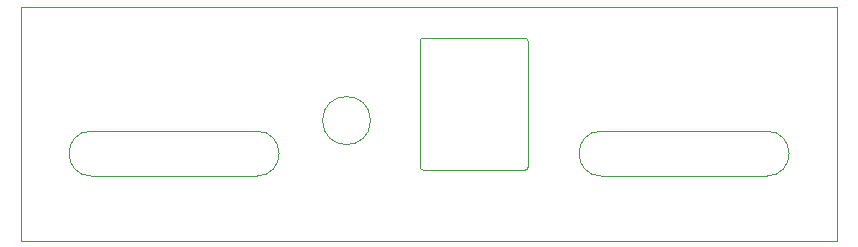
<source format=gbr>
%TF.GenerationSoftware,KiCad,Pcbnew,(5.1.6)-1*%
%TF.CreationDate,2020-11-22T20:04:02-08:00*%
%TF.ProjectId,vgavt1593-back,76676176-7431-4353-9933-2d6261636b2e,rev?*%
%TF.SameCoordinates,Original*%
%TF.FileFunction,Profile,NP*%
%FSLAX46Y46*%
G04 Gerber Fmt 4.6, Leading zero omitted, Abs format (unit mm)*
G04 Created by KiCad (PCBNEW (5.1.6)-1) date 2020-11-22 20:04:02*
%MOMM*%
%LPD*%
G01*
G04 APERTURE LIST*
%TA.AperFunction,Profile*%
%ADD10C,0.050000*%
%TD*%
%TA.AperFunction,Profile*%
%ADD11C,0.100000*%
%TD*%
G04 APERTURE END LIST*
D10*
X53467000Y-35052000D02*
G75*
G03*
X53467000Y-35052000I-2032000J0D01*
G01*
X57912000Y-39243000D02*
G75*
G02*
X57658000Y-38989000I0J254000D01*
G01*
X66802000Y-38989000D02*
G75*
G02*
X66548000Y-39243000I-254000J0D01*
G01*
X66548000Y-28067000D02*
G75*
G02*
X66802000Y-28321000I0J-254000D01*
G01*
X57658000Y-28321000D02*
G75*
G02*
X57912000Y-28067000I254000J0D01*
G01*
X57658000Y-38989000D02*
X57658000Y-28321000D01*
X66548000Y-39243000D02*
X57912000Y-39243000D01*
X66802000Y-28321000D02*
X66802000Y-38989000D01*
X57912000Y-28067000D02*
X66548000Y-28067000D01*
X86995000Y-39751000D02*
X73025000Y-39751000D01*
X73025000Y-35941000D02*
X86995000Y-35941000D01*
X86995000Y-39751000D02*
G75*
G03*
X86995000Y-35941000I0J1905000D01*
G01*
X73025000Y-35941000D02*
G75*
G03*
X73025000Y-39751000I0J-1905000D01*
G01*
X43815000Y-39751000D02*
X29845000Y-39751000D01*
X29845000Y-35941000D02*
X43815000Y-35941000D01*
X43815000Y-39751000D02*
G75*
G03*
X43815000Y-35941000I0J1905000D01*
G01*
X29845000Y-35941000D02*
G75*
G03*
X29845000Y-39751000I0J-1905000D01*
G01*
D11*
X23876000Y-25400000D02*
X23876000Y-45212000D01*
X92964000Y-25400000D02*
X23876000Y-25400000D01*
X92964000Y-45212000D02*
X92964000Y-25400000D01*
X23876000Y-45212000D02*
X92964000Y-45212000D01*
M02*

</source>
